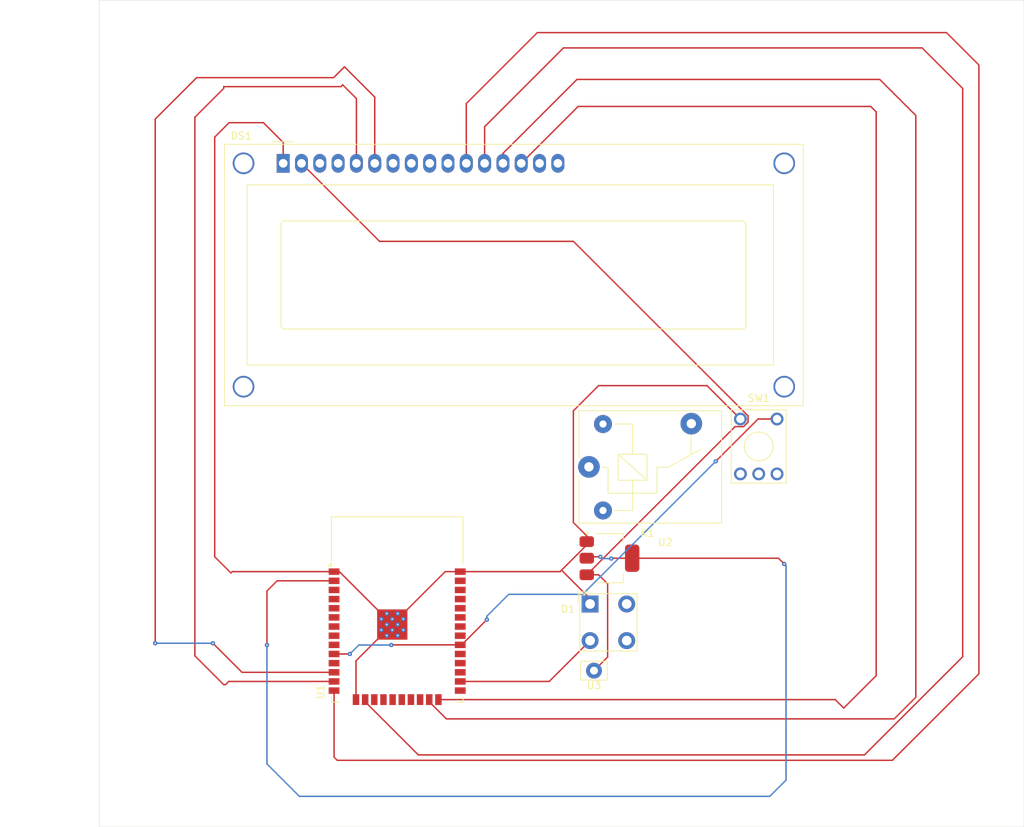
<source format=kicad_pcb>
(kicad_pcb (version 20241229) (generator "pcbnew") (generator_version "9.0")
  (layers (0 "F.Cu" signal) (2 "B.Cu" signal) (13 "F.Paste" user) (15 "B.Paste" user) (5 "F.SilkS" user "F.Silkscreen") (7 "B.SilkS" user "B.Silkscreen") (1 "F.Mask" user) (3 "B.Mask" user) (25 "Edge.Cuts" user))
  (net 0 "")
  (net 1 "GND")
  (net 2 "Net-(D1-A)")
  (net 3 "Net-(DS1-R{slash}W)")
  (net 5 "Net-(DS1-D7)")
  (net 6 "+5V")
  (net 7 "Net-(DS1-D4)")
  (net 8 "Net-(DS1-D5)")
  (net 14 "Net-(DS1-D6)")
  (net 15 "Net-(DS1-E)")
  (net 18 "Net-(U1-IO18)")
  (net 33 "Net-(U1-VDD)")
  (net 37 "Net-(U1-IO26)")
  (footprint "Connector_Pin:Pin_D1.1mm_L10.2mm_W3.5mm_Flat" (layer "F.Cu") (at 142.86 124.055)
    (property "Reference" "U3" (at 0 2.05 0) (layer "F.SilkS"))
    (property "Value" "HC-SR04")
    (fp_line (start -1.85 -1.3) (end -1.85 1.3) (stroke (width 0.12)) (layer "F.SilkS"))
    (fp_line (start -1.85 -1.3) (end 1.85 -1.3) (stroke (width 0.12)) (layer "F.SilkS"))
    (fp_line (start 1.85 -1.3) (end 1.85 1.3) (stroke (width 0.12)) (layer "F.SilkS"))
    (fp_line (start 1.85 1.3) (end -1.85 1.3) (stroke (width 0.12)) (layer "F.SilkS"))
    (pad "1" thru_hole circle (at 0 0) (size 2.2 2.2) (drill 1.1) (layers "*.Cu" "*.Mask") (net 6 "+5V"))
  )
  (footprint "LED_THT:LED_BL-FL7680RGB" (layer "F.Cu") (at 142.32 114.805)
    (property "Reference" "D1" (at -3.07 0.695 0) (layer "F.SilkS"))
    (property "Value" "LED")
    (fp_line (start -1.675 -1.675) (end -0.185 -1.675) (stroke (width 0.12)) (layer "F.SilkS"))
    (fp_line (start -1.675 -0.185) (end -1.675 -1.675) (stroke (width 0.12)) (layer "F.SilkS"))
    (fp_line (start -1.435 -1.435) (end -1.435 6.515) (stroke (width 0.12)) (layer "F.SilkS"))
    (fp_line (start -1.435 6.515) (end 6.515 6.515) (stroke (width 0.12)) (layer "F.SilkS"))
    (fp_line (start 6.515 -1.435) (end -1.435 -1.435) (stroke (width 0.12)) (layer "F.SilkS"))
    (fp_line (start 6.515 6.515) (end 6.515 -1.435) (stroke (width 0.12)) (layer "F.SilkS"))
    (pad "1" thru_hole rect (at 0 0) (size 2.35 2.35) (drill 1.35) (layers "*.Cu" "*.Mask") (net 1 "GND"))
    (pad "2" thru_hole circle (at 0 5.08) (size 2.35 2.35) (drill 1.35) (layers "*.Cu" "*.Mask") (net 2 "Net-(D1-A)"))
    (pad "3" thru_hole circle (at 5.08 5.08) (size 2.35 2.35) (drill 1.35) (layers "*.Cu" "*.Mask"))
    (pad "4" thru_hole circle (at 5.08 0) (size 2.35 2.35) (drill 1.35) (layers "*.Cu" "*.Mask"))
  )
  (footprint "Display:WC1602A" (layer "F.Cu") (at 99.75 53.6425)
    (property "Reference" "DS1" (at -5.82 -3.81 0) (layer "F.SilkS"))
    (property "Value" "WC1602A")
    (fp_line (start -8.14 -2.64) (end -8.14 33.64) (stroke (width 0.12)) (layer "F.SilkS"))
    (fp_line (start -8.14 33.64) (end 72.14 33.64) (stroke (width 0.12)) (layer "F.SilkS"))
    (fp_line (start -8.13 -2.64) (end -7.34 -2.64) (stroke (width 0.12)) (layer "F.SilkS"))
    (fp_line (start -5 3) (end 68 3) (stroke (width 0.12)) (layer "F.SilkS"))
    (fp_line (start -5 28) (end -5 3) (stroke (width 0.12)) (layer "F.SilkS"))
    (fp_line (start -1.5 -3) (end 1.5 -3) (stroke (width 0.12)) (layer "F.SilkS"))
    (fp_line (start -0.29972 22.49932) (end -0.29972 8.5) (stroke (width 0.12)) (layer "F.SilkS"))
    (fp_line (start 0.2 8) (end 63.7 8) (stroke (width 0.12)) (layer "F.SilkS"))
    (fp_line (start 63.70066 23) (end 0.2 23) (stroke (width 0.12)) (layer "F.SilkS"))
    (fp_line (start 64.2 8.5) (end 64.2 22.5) (stroke (width 0.12)) (layer "F.SilkS"))
    (fp_line (start 68 3) (end 68 28) (stroke (width 0.12)) (layer "F.SilkS"))
    (fp_line (start 68 28) (end -5 28) (stroke (width 0.12)) (layer "F.SilkS"))
    (fp_line (start 72.14 -2.64) (end -7.34 -2.64) (stroke (width 0.12)) (layer "F.SilkS"))
    (fp_line (start 72.14 33.64) (end 72.14 -2.64) (stroke (width 0.12)) (layer "F.SilkS"))
    (fp_arc (start -0.29972 8.49884) (mid -0.153162 8.145018) (end 0.20066 7.99846) (stroke (width 0.12)) (layer "F.SilkS"))
    (fp_arc (start 0.20066 22.9997) (mid -0.153162 22.853142) (end -0.29972 22.49932) (stroke (width 0.12)) (layer "F.SilkS"))
    (fp_arc (start 63.7 8) (mid 64.053553 8.146447) (end 64.2 8.5) (stroke (width 0.12)) (layer "F.SilkS"))
    (fp_arc (start 64.20104 22.49932) (mid 64.054482 22.853142) (end 63.70066 22.9997) (stroke (width 0.12)) (layer "F.SilkS"))
    (pad "" thru_hole circle (at -5.4991 0) (size 3 3) (drill 2.5) (layers "*.Cu" "*.Mask"))
    (pad "" thru_hole circle (at -5.4991 31.0007) (size 3 3) (drill 2.5) (layers "*.Cu" "*.Mask"))
    (pad "" thru_hole circle (at 69.49948 31.0007) (size 3 3) (drill 2.5) (layers "*.Cu" "*.Mask"))
    (pad "" thru_hole circle (at 69.5 0) (size 3 3) (drill 2.5) (layers "*.Cu" "*.Mask"))
    (pad "1" thru_hole rect (at 0 0) (size 1.8 2.6) (drill 1.2) (layers "*.Cu" "*.Mask") (net 1 "GND"))
    (pad "2" thru_hole oval (at 2.54 0) (size 1.8 2.6) (drill 1.2) (layers "*.Cu" "*.Mask") (net 6 "+5V"))
    (pad "3" thru_hole oval (at 5.08 0) (size 1.8 2.6) (drill 1.2) (layers "*.Cu" "*.Mask"))
    (pad "4" thru_hole oval (at 7.62 0) (size 1.8 2.6) (drill 1.2) (layers "*.Cu" "*.Mask"))
    (pad "5" thru_hole oval (at 10.16 0) (size 1.8 2.6) (drill 1.2) (layers "*.Cu" "*.Mask") (net 3 "Net-(DS1-R{slash}W)"))
    (pad "6" thru_hole oval (at 12.7 0) (size 1.8 2.6) (drill 1.2) (layers "*.Cu" "*.Mask") (net 15 "Net-(DS1-E)"))
    (pad "7" thru_hole oval (at 15.24 0) (size 1.8 2.6) (drill 1.2) (layers "*.Cu" "*.Mask"))
    (pad "8" thru_hole oval (at 17.78 0) (size 1.8 2.6) (drill 1.2) (layers "*.Cu" "*.Mask"))
    (pad "9" thru_hole oval (at 20.32 0) (size 1.8 2.6) (drill 1.2) (layers "*.Cu" "*.Mask"))
    (pad "10" thru_hole oval (at 22.86 0) (size 1.8 2.6) (drill 1.2) (layers "*.Cu" "*.Mask"))
    (pad "11" thru_hole oval (at 25.4 0) (size 1.8 2.6) (drill 1.2) (layers "*.Cu" "*.Mask") (net 7 "Net-(DS1-D4)"))
    (pad "12" thru_hole oval (at 27.94 0) (size 1.8 2.6) (drill 1.2) (layers "*.Cu" "*.Mask") (net 8 "Net-(DS1-D5)"))
    (pad "13" thru_hole oval (at 30.48 0) (size 1.8 2.6) (drill 1.2) (layers "*.Cu" "*.Mask") (net 14 "Net-(DS1-D6)"))
    (pad "14" thru_hole oval (at 33.02 0) (size 1.8 2.6) (drill 1.2) (layers "*.Cu" "*.Mask") (net 5 "Net-(DS1-D7)"))
    (pad "15" thru_hole oval (at 35.56 0) (size 1.8 2.6) (drill 1.2) (layers "*.Cu" "*.Mask"))
    (pad "16" thru_hole oval (at 38.1 0) (size 1.8 2.6) (drill 1.2) (layers "*.Cu" "*.Mask"))
  )
  (footprint "Package_TO_SOT_SMD:SOT-223-3_TabPin2" (layer "F.Cu") (at 145.01 108.45)
    (property "Reference" "U2" (at 7.74 -2.2 0) (layer "F.SilkS"))
    (property "Value" "AMS1117")
    (fp_line (start -1.85 -3.41) (end 1.91 -3.41) (stroke (width 0.12)) (layer "F.SilkS"))
    (fp_line (start -1.85 3.41) (end 1.91 3.41) (stroke (width 0.12)) (layer "F.SilkS"))
    (fp_line (start 1.91 -3.41) (end 1.91 -2.15) (stroke (width 0.12)) (layer "F.SilkS"))
    (fp_line (start 1.91 3.41) (end 1.91 2.15) (stroke (width 0.12)) (layer "F.SilkS"))
    (fp_poly (pts (xy -3.13 -3.31) (xy -3.37 -3.64) (xy -2.89 -3.64) (xy -3.13 -3.31)) (stroke (width 0.12)) (fill yes) (layer "F.SilkS"))
    (pad "1" smd roundrect (at -3.15 -2.3) (size 2 1.5) (layers "F.Cu" "F.Mask" "F.Paste") (net 1 "GND"))
    (pad "2" smd roundrect (at -3.15 0) (size 2 1.5) (layers "F.Cu" "F.Mask" "F.Paste") (net 33 "Net-(U1-VDD)"))
    (pad "2" smd roundrect (at 3.15 0) (size 2 3.8) (layers "F.Cu" "F.Mask" "F.Paste") (net 33 "Net-(U1-VDD)"))
    (pad "3" smd roundrect (at -3.15 2.3) (size 2 1.5) (layers "F.Cu" "F.Mask" "F.Paste") (net 6 "+5V"))
  )
  (footprint "RF_Module:ESP32-WROOM-32" (layer "F.Cu") (at 115.56 118.565)
    (property "Reference" "U1" (at -10.61 8.43 90) (layer "F.SilkS"))
    (property "Value" "ESP32-WROOM-32")
    (fp_line (start -9.12 -15.86) (end -9.12 -9.7) (stroke (width 0.12)) (layer "F.SilkS"))
    (fp_line (start -9.12 -15.86) (end 9.12 -15.86) (stroke (width 0.12)) (layer "F.SilkS"))
    (fp_line (start -9.12 9.1) (end -9.12 9.88) (stroke (width 0.12)) (layer "F.SilkS"))
    (fp_line (start -9.12 9.88) (end -8.12 9.88) (stroke (width 0.12)) (layer "F.SilkS"))
    (fp_line (start 9.12 -15.86) (end 9.12 -9.445) (stroke (width 0.12)) (layer "F.SilkS"))
    (fp_line (start 9.12 9.1) (end 9.12 9.88) (stroke (width 0.12)) (layer "F.SilkS"))
    (fp_line (start 9.12 9.88) (end 8.12 9.88) (stroke (width 0.12)) (layer "F.SilkS"))
    (fp_poly (pts (xy -9.125 -8.975) (xy -9.625 -8.975) (xy -9.125 -9.475) (xy -9.125 -8.975)) (stroke (width 0.12)) (fill yes) (layer "F.SilkS"))
    (pad "1" smd rect (at -8.75 -8.25) (size 1.5 0.9) (layers "F.Cu" "F.Mask" "F.Paste") (net 1 "GND"))
    (pad "2" smd rect (at -8.75 -6.98) (size 1.5 0.9) (layers "F.Cu" "F.Mask" "F.Paste") (net 33 "Net-(U1-VDD)"))
    (pad "3" smd rect (at -8.75 -5.71) (size 1.5 0.9) (layers "F.Cu" "F.Mask" "F.Paste"))
    (pad "4" smd rect (at -8.75 -4.44) (size 1.5 0.9) (layers "F.Cu" "F.Mask" "F.Paste"))
    (pad "5" smd rect (at -8.75 -3.17) (size 1.5 0.9) (layers "F.Cu" "F.Mask" "F.Paste"))
    (pad "6" smd rect (at -8.75 -1.9) (size 1.5 0.9) (layers "F.Cu" "F.Mask" "F.Paste"))
    (pad "7" smd rect (at -8.75 -0.63) (size 1.5 0.9) (layers "F.Cu" "F.Mask" "F.Paste"))
    (pad "8" smd rect (at -8.75 0.64) (size 1.5 0.9) (layers "F.Cu" "F.Mask" "F.Paste"))
    (pad "9" smd rect (at -8.75 1.91) (size 1.5 0.9) (layers "F.Cu" "F.Mask" "F.Paste"))
    (pad "10" smd rect (at -8.75 3.18) (size 1.5 0.9) (layers "F.Cu" "F.Mask" "F.Paste") (net 18 "Net-(U1-IO18)"))
    (pad "11" smd rect (at -8.75 4.45) (size 1.5 0.9) (layers "F.Cu" "F.Mask" "F.Paste") (net 37 "Net-(U1-IO26)"))
    (pad "12" smd rect (at -8.75 5.72) (size 1.5 0.9) (layers "F.Cu" "F.Mask" "F.Paste") (net 15 "Net-(DS1-E)"))
    (pad "13" smd rect (at -8.75 6.99) (size 1.5 0.9) (layers "F.Cu" "F.Mask" "F.Paste") (net 3 "Net-(DS1-R{slash}W)"))
    (pad "14" smd rect (at -8.75 8.26) (size 1.5 0.9) (layers "F.Cu" "F.Mask" "F.Paste") (net 7 "Net-(DS1-D4)"))
    (pad "15" smd rect (at -5.71 9.51 90) (size 1.5 0.9) (layers "F.Cu" "F.Mask" "F.Paste") (net 1 "GND"))
    (pad "16" smd rect (at -4.44 9.51 90) (size 1.5 0.9) (layers "F.Cu" "F.Mask" "F.Paste") (net 8 "Net-(DS1-D5)"))
    (pad "17" smd rect (at -3.17 9.51 90) (size 1.5 0.9) (layers "F.Cu" "F.Mask" "F.Paste"))
    (pad "18" smd rect (at -1.9 9.51 90) (size 1.5 0.9) (layers "F.Cu" "F.Mask" "F.Paste"))
    (pad "19" smd rect (at -0.63 9.51 90) (size 1.5 0.9) (layers "F.Cu" "F.Mask" "F.Paste"))
    (pad "20" smd rect (at 0.64 9.51 90) (size 1.5 0.9) (layers "F.Cu" "F.Mask" "F.Paste"))
    (pad "21" smd rect (at 1.91 9.51 90) (size 1.5 0.9) (layers "F.Cu" "F.Mask" "F.Paste"))
    (pad "22" smd rect (at 3.18 9.51 90) (size 1.5 0.9) (layers "F.Cu" "F.Mask" "F.Paste"))
    (pad "23" smd rect (at 4.45 9.51 90) (size 1.5 0.9) (layers "F.Cu" "F.Mask" "F.Paste") (net 14 "Net-(DS1-D6)"))
    (pad "24" smd rect (at 5.72 9.51 90) (size 1.5 0.9) (layers "F.Cu" "F.Mask" "F.Paste") (net 5 "Net-(DS1-D7)"))
    (pad "25" smd rect (at 8.75 8.26) (size 1.5 0.9) (layers "F.Cu" "F.Mask" "F.Paste"))
    (pad "26" smd rect (at 8.75 6.99) (size 1.5 0.9) (layers "F.Cu" "F.Mask" "F.Paste") (net 2 "Net-(D1-A)"))
    (pad "27" smd rect (at 8.75 5.72) (size 1.5 0.9) (layers "F.Cu" "F.Mask" "F.Paste"))
    (pad "28" smd rect (at 8.75 4.45) (size 1.5 0.9) (layers "F.Cu" "F.Mask" "F.Paste"))
    (pad "29" smd rect (at 8.75 3.18) (size 1.5 0.9) (layers "F.Cu" "F.Mask" "F.Paste"))
    (pad "30" smd rect (at 8.75 1.91) (size 1.5 0.9) (layers "F.Cu" "F.Mask" "F.Paste") (net 18 "Net-(U1-IO18)"))
    (pad "31" smd rect (at 8.75 0.64) (size 1.5 0.9) (layers "F.Cu" "F.Mask" "F.Paste"))
    (pad "32" smd rect (at 8.75 -0.63) (size 1.5 0.9) (layers "F.Cu" "F.Mask" "F.Paste"))
    (pad "33" smd rect (at 8.75 -1.9) (size 1.5 0.9) (layers "F.Cu" "F.Mask" "F.Paste"))
    (pad "34" smd rect (at 8.75 -3.17) (size 1.5 0.9) (layers "F.Cu" "F.Mask" "F.Paste"))
    (pad "35" smd rect (at 8.75 -4.44) (size 1.5 0.9) (layers "F.Cu" "F.Mask" "F.Paste"))
    (pad "36" smd rect (at 8.75 -5.71) (size 1.5 0.9) (layers "F.Cu" "F.Mask" "F.Paste"))
    (pad "37" smd rect (at 8.75 -6.98) (size 1.5 0.9) (layers "F.Cu" "F.Mask" "F.Paste"))
    (pad "38" smd rect (at 8.75 -8.25) (size 1.5 0.9) (layers "F.Cu" "F.Mask" "F.Paste") (net 1 "GND"))
    (pad "39" smd rect (at -2.205 -2.435) (size 1.05 1.05) (layers "F.Cu" "F.Paste") (net 1 "GND"))
    (pad "39" thru_hole circle (at -2.205 -1.6725) (size 0.6 0.6) (drill 0.2) (property pad_prop_heatsink) (layers "*.Cu" "F.Mask") (net 1 "GND"))
    (pad "39" smd rect (at -2.205 -0.91) (size 1.05 1.05) (layers "F.Cu" "F.Paste") (net 1 "GND"))
    (pad "39" thru_hole circle (at -2.205 -0.1475) (size 0.6 0.6) (drill 0.2) (property pad_prop_heatsink) (layers "*.Cu" "F.Mask") (net 1 "GND"))
    (pad "39" smd rect (at -2.205 0.615) (size 1.05 1.05) (layers "F.Cu" "F.Paste") (net 1 "GND"))
    (pad "39" thru_hole circle (at -1.4425 -2.435) (size 0.6 0.6) (drill 0.2) (property pad_prop_heatsink) (layers "*.Cu" "F.Mask") (net 1 "GND"))
    (pad "39" thru_hole circle (at -1.4425 -0.91) (size 0.6 0.6) (drill 0.2) (property pad_prop_heatsink) (layers "*.Cu" "F.Mask") (net 1 "GND"))
    (pad "39" thru_hole circle (at -1.4425 0.615) (size 0.6 0.6) (drill 0.2) (property pad_prop_heatsink) (layers "*.Cu" "F.Mask") (net 1 "GND"))
    (pad "39" smd rect (at -0.68 -2.435) (size 1.05 1.05) (layers "F.Cu" "F.Paste") (net 1 "GND"))
    (pad "39" thru_hole circle (at -0.68 -1.6725) (size 0.6 0.6) (drill 0.2) (property pad_prop_heatsink) (layers "*.Cu" "F.Mask") (net 1 "GND"))
    (pad "39" smd rect (at -0.68 -0.91) (size 1.05 1.05) (layers "F.Cu" "F.Paste") (net 1 "GND"))
    (pad "39" smd rect (at -0.68 -0.91) (size 4.2 4.2) (property pad_prop_heatsink) (layers "F.Cu" "F.Mask") (net 1 "GND"))
    (pad "39" thru_hole circle (at -0.68 -0.1475) (size 0.6 0.6) (drill 0.2) (property pad_prop_heatsink) (layers "*.Cu" "F.Mask") (net 1 "GND"))
    (pad "39" smd rect (at -0.68 0.615) (size 1.05 1.05) (layers "F.Cu" "F.Paste") (net 1 "GND"))
    (pad "39" thru_hole circle (at 0.0825 -2.435) (size 0.6 0.6) (drill 0.2) (property pad_prop_heatsink) (layers "*.Cu" "F.Mask") (net 1 "GND"))
    (pad "39" thru_hole circle (at 0.0825 -0.91) (size 0.6 0.6) (drill 0.2) (property pad_prop_heatsink) (layers "*.Cu" "F.Mask") (net 1 "GND"))
    (pad "39" thru_hole circle (at 0.0825 0.615) (size 0.6 0.6) (drill 0.2) (property pad_prop_heatsink) (layers "*.Cu" "F.Mask") (net 1 "GND"))
    (pad "39" smd rect (at 0.845 -2.435) (size 1.05 1.05) (layers "F.Cu" "F.Paste") (net 1 "GND"))
    (pad "39" thru_hole circle (at 0.845 -1.6725) (size 0.6 0.6) (drill 0.2) (property pad_prop_heatsink) (layers "*.Cu" "F.Mask") (net 1 "GND"))
    (pad "39" smd rect (at 0.845 -0.91) (size 1.05 1.05) (layers "F.Cu" "F.Paste") (net 1 "GND"))
    (pad "39" thru_hole circle (at 0.845 -0.1475) (size 0.6 0.6) (drill 0.2) (property pad_prop_heatsink) (layers "*.Cu" "F.Mask") (net 1 "GND"))
    (pad "39" smd rect (at 0.845 0.615) (size 1.05 1.05) (layers "F.Cu" "F.Paste") (net 1 "GND"))
  )
  (footprint "Button_Switch_THT:KSA_Tactile_SPST" (layer "F.Cu") (at 163.17 89.13)
    (property "Reference" "SW1" (at 2.54 -2.88 0) (layer "F.SilkS"))
    (property "Value" "SW_Push")
    (fp_line (start -1.27 -1.27) (end -1.27 8.89) (stroke (width 0.12)) (layer "F.SilkS"))
    (fp_line (start -1.27 -1.27) (end 6.35 -1.27) (stroke (width 0.12)) (layer "F.SilkS"))
    (fp_line (start -1.27 8.89) (end 6.35 8.89) (stroke (width 0.12)) (layer "F.SilkS"))
    (fp_line (start 6.35 8.89) (end 6.35 -1.27) (stroke (width 0.12)) (layer "F.SilkS"))
    (fp_circle (center 2.54 3.81) (end 0.54 3.81) (stroke (width 0.12)) (fill no) (layer "F.SilkS"))
    (pad "1" thru_hole circle (at 0 0) (size 1.778 1.778) (drill 1.143) (layers "*.Cu" "*.Mask") (net 1 "GND"))
    (pad "2" thru_hole circle (at 5.08 0) (size 1.778 1.778) (drill 1.143) (layers "*.Cu" "*.Mask") (net 18 "Net-(U1-IO18)"))
    (pad "3" thru_hole circle (at 5.08 7.62) (size 1.778 1.778) (drill 1.143) (layers "*.Cu" "*.Mask"))
    (pad "4" thru_hole circle (at 2.54 7.62) (size 1.778 1.778) (drill 1.143) (layers "*.Cu" "*.Mask"))
    (pad "5" thru_hole circle (at 0 7.62) (size 1.778 1.778) (drill 1.143) (layers "*.Cu" "*.Mask"))
  )
  (footprint "Relay_THT:Relay_SPST_SANYOU_SRD_Series_Form_B" (layer "F.Cu") (at 142.16 95.775)
    (property "Reference" "K1" (at 8.1 9.2 0) (layer "F.SilkS"))
    (property "Value" "SRD-05VDC-SL-C")
    (fp_line (start -1.4 -7.8) (end -1.4 -1.2) (stroke (width 0.12)) (layer "F.SilkS"))
    (fp_line (start -1.4 -7.8) (end 18.4 -7.8) (stroke (width 0.12)) (layer "F.SilkS"))
    (fp_line (start -1.4 1.2) (end -1.4 7.8) (stroke (width 0.12)) (layer "F.SilkS"))
    (fp_line (start 2.65 0.05) (end 1.85 0.05) (stroke (width 0.12)) (layer "F.SilkS"))
    (fp_line (start 2.65 0.05) (end 2.65 3.65) (stroke (width 0.12)) (layer "F.SilkS"))
    (fp_line (start 3.55 6.05) (end 6.05 6.05) (stroke (width 0.12)) (layer "F.SilkS"))
    (fp_line (start 4.05 -1.75) (end 8.05 -1.75) (stroke (width 0.12)) (layer "F.SilkS"))
    (fp_line (start 4.05 1.85) (end 4.05 -1.75) (stroke (width 0.12)) (layer "F.SilkS"))
    (fp_line (start 6.05 -5.95) (end 3.55 -5.95) (stroke (width 0.12)) (layer "F.SilkS"))
    (fp_line (start 6.05 -5.95) (end 6.05 -1.75) (stroke (width 0.12)) (layer "F.SilkS"))
    (fp_line (start 6.05 1.85) (end 6.05 6.05) (stroke (width 0.12)) (layer "F.SilkS"))
    (fp_line (start 8.05 -1.75) (end 8.05 1.85) (stroke (width 0.12)) (layer "F.SilkS"))
    (fp_line (start 8.05 1.85) (end 4.05 -1.75) (stroke (width 0.12)) (layer "F.SilkS"))
    (fp_line (start 8.05 1.85) (end 4.05 1.85) (stroke (width 0.12)) (layer "F.SilkS"))
    (fp_line (start 9.45 0.05) (end 9.45 3.65) (stroke (width 0.12)) (layer "F.SilkS"))
    (fp_line (start 9.45 0.05) (end 10.95 0.05) (stroke (width 0.12)) (layer "F.SilkS"))
    (fp_line (start 9.45 3.65) (end 2.65 3.65) (stroke (width 0.12)) (layer "F.SilkS"))
    (fp_line (start 10.95 0.05) (end 15.55 -2.45) (stroke (width 0.12)) (layer "F.SilkS"))
    (fp_line (start 14.15 -4.2) (end 14.15 -1.7) (stroke (width 0.12)) (layer "F.SilkS"))
    (fp_line (start 18.4 -7.8) (end 18.4 7.8) (stroke (width 0.12)) (layer "F.SilkS"))
    (fp_line (start 18.4 7.8) (end -1.4 7.8) (stroke (width 0.12)) (layer "F.SilkS"))
    (pad "1" thru_hole circle (at 0 0 90) (size 3 3) (drill 1.3) (layers "*.Cu" "*.Mask"))
    (pad "2" thru_hole circle (at 1.95 6.05 90) (size 2.5 2.5) (drill 1) (layers "*.Cu" "*.Mask"))
    (pad "4" thru_hole circle (at 14.2 -6 90) (size 3 3) (drill 1.3) (layers "*.Cu" "*.Mask"))
    (pad "5" thru_hole circle (at 1.95 -5.95 90) (size 2.5 2.5) (drill 1) (layers "*.Cu" "*.Mask"))
  )
  (gr_rect (start 74.25 31) (end 202.5 145.75) (stroke (width 0.05)) (fill no) (layer "Edge.Cuts"))
  (segment (start 90.25 50) (end 90.25 108.25) (width 0.2) (layer "F.Cu") (net 1))
  (segment (start 109.85 122.685) (end 109.85 128.075) (width 0.2) (layer "F.Cu") (net 1))
  (segment (start 107.54 110.315) (end 113.355 116.13) (width 0.2) (layer "F.Cu") (net 1))
  (segment (start 116.405 116.13) (end 122.22 110.315) (width 0.2) (layer "F.Cu") (net 1))
  (segment (start 142.32 114.805) (end 142.32 114.07) (width 0.2) (layer "F.Cu") (net 1))
  (segment (start 138.152836 110.315) (end 138.358918 110.108918) (width 0.2) (layer "F.Cu") (net 1))
  (segment (start 142.32 114.07) (end 138.358918 110.108918) (width 0.2) (layer "F.Cu") (net 1))
  (segment (start 158.54 84.5) (end 143.5 84.5) (width 0.2) (layer "F.Cu") (net 1))
  (segment (start 143.5 84.5) (end 140 88) (width 0.2) (layer "F.Cu") (net 1))
  (segment (start 99.75 50.75) (end 97 48) (width 0.2) (layer "F.Cu") (net 1))
  (segment (start 97 48) (end 92.25 48) (width 0.2) (layer "F.Cu") (net 1))
  (segment (start 122.22 110.315) (end 124.31 110.315) (width 0.2) (layer "F.Cu") (net 1))
  (segment (start 163.17 89.13) (end 158.54 84.5) (width 0.2) (layer "F.Cu") (net 1))
  (segment (start 113.355 119.18) (end 109.85 122.685) (width 0.2) (layer "F.Cu") (net 1))
  (segment (start 92.25 48) (end 90.25 50) (width 0.2) (layer "F.Cu") (net 1))
  (segment (start 140 103.5) (end 141.86 105.36) (width 0.2) (layer "F.Cu") (net 1))
  (segment (start 141.86 105.36) (end 141.86 106.15) (width 0.2) (layer "F.Cu") (net 1))
  (segment (start 92.5 110.5) (end 92.685 110.315) (width 0.2) (layer "F.Cu") (net 1))
  (segment (start 92.685 110.315) (end 106.81 110.315) (width 0.2) (layer "F.Cu") (net 1))
  (segment (start 99.75 53.6425) (end 99.75 50.75) (width 0.2) (layer "F.Cu") (net 1))
  (segment (start 106.81 110.315) (end 107.54 110.315) (width 0.2) (layer "F.Cu") (net 1))
  (segment (start 140 88) (end 140 103.5) (width 0.2) (layer "F.Cu") (net 1))
  (segment (start 138.358918 110.108918) (end 141.86 106.607836) (width 0.2) (layer "F.Cu") (net 1))
  (segment (start 141.86 106.607836) (end 141.86 106.15) (width 0.2) (layer "F.Cu") (net 1))
  (segment (start 124.31 110.315) (end 138.152836 110.315) (width 0.2) (layer "F.Cu") (net 1))
  (segment (start 90.25 108.25) (end 92.5 110.5) (width 0.2) (layer "F.Cu") (net 1))
  (segment (start 124.31 125.555) (end 136.65 125.555) (width 0.2) (layer "F.Cu") (net 2))
  (segment (start 136.65 125.555) (end 142.32 119.885) (width 0.2) (layer "F.Cu") (net 2))
  (segment (start 108 42.75) (end 107.75 43) (width 0.2) (layer "F.Cu") (net 3))
  (segment (start 91.75 126) (end 92.195 125.555) (width 0.2) (layer "F.Cu") (net 3))
  (segment (start 91.5 43) (end 91.5 43.25) (width 0.2) (layer "F.Cu") (net 3))
  (segment (start 87.5 47.25) (end 87.5 122) (width 0.2) (layer "F.Cu") (net 3))
  (segment (start 92.195 125.555) (end 106.81 125.555) (width 0.2) (layer "F.Cu") (net 3))
  (segment (start 109.91 53.6425) (end 109.91 44.66) (width 0.2) (layer "F.Cu") (net 3))
  (segment (start 91.5 43.25) (end 87.5 47.25) (width 0.2) (layer "F.Cu") (net 3))
  (segment (start 109.91 44.66) (end 108 42.75) (width 0.2) (layer "F.Cu") (net 3))
  (segment (start 91.5 126) (end 91.75 126) (width 0.2) (layer "F.Cu") (net 3))
  (segment (start 87.5 122) (end 91.5 126) (width 0.2) (layer "F.Cu") (net 3))
  (segment (start 107.75 43) (end 91.5 43) (width 0.2) (layer "F.Cu") (net 3))
  (segment (start 176.325 128.075) (end 121.28 128.075) (width 0.2) (layer "F.Cu") (net 5))
  (segment (start 140.6625 45.75) (end 181.25 45.75) (width 0.2) (layer "F.Cu") (net 5))
  (segment (start 182 124.75) (end 177.5 129.25) (width 0.2) (layer "F.Cu") (net 5))
  (segment (start 177.5 129.25) (end 176.325 128.075) (width 0.2) (layer "F.Cu") (net 5))
  (segment (start 181.25 45.75) (end 182 46.5) (width 0.2) (layer "F.Cu") (net 5))
  (segment (start 182 46.5) (end 182 124.75) (width 0.2) (layer "F.Cu") (net 5))
  (segment (start 132.77 53.6425) (end 140.6625 45.75) (width 0.2) (layer "F.Cu") (net 5))
  (segment (start 144.75 112) (end 143.5 110.75) (width 0.2) (layer "F.Cu") (net 6))
  (segment (start 164.2285 88.691554) (end 164.2285 89.568446) (width 0.2) (layer "F.Cu") (net 6))
  (segment (start 144.75 112) (end 144.75 122.165) (width 0.2) (layer "F.Cu") (net 6))
  (segment (start 162.4215 90.1885) (end 141.86 110.75) (width 0.2) (layer "F.Cu") (net 6))
  (segment (start 113.121 64.4735) (end 140.010446 64.4735) (width 0.2) (layer "F.Cu") (net 6))
  (segment (start 144.75 122.165) (end 142.86 124.055) (width 0.2) (layer "F.Cu") (net 6))
  (segment (start 102.29 53.6425) (end 113.121 64.4735) (width 0.2) (layer "F.Cu") (net 6))
  (segment (start 140.010446 64.4735) (end 164.2285 88.691554) (width 0.2) (layer "F.Cu") (net 6))
  (segment (start 163.608446 90.1885) (end 162.4215 90.1885) (width 0.2) (layer "F.Cu") (net 6))
  (segment (start 143.5 110.75) (end 141.86 110.75) (width 0.2) (layer "F.Cu") (net 6))
  (segment (start 164.2285 89.568446) (end 163.608446 90.1885) (width 0.2) (layer "F.Cu") (net 6))
  (segment (start 191.75 35.5) (end 135 35.5) (width 0.2) (layer "F.Cu") (net 7))
  (segment (start 184.25 136.5) (end 196.25 124.5) (width 0.2) (layer "F.Cu") (net 7))
  (segment (start 107.25 136.5) (end 184.25 136.5) (width 0.2) (layer "F.Cu") (net 7))
  (segment (start 106.81 136.06) (end 107.25 136.5) (width 0.2) (layer "F.Cu") (net 7))
  (segment (start 135 35.5) (end 125.15 45.35) (width 0.2) (layer "F.Cu") (net 7))
  (segment (start 106.81 126.825) (end 106.81 136.06) (width 0.2) (layer "F.Cu") (net 7))
  (segment (start 125.15 45.35) (end 125.15 53.6425) (width 0.2) (layer "F.Cu") (net 7))
  (segment (start 196.25 124.5) (end 196.25 40) (width 0.2) (layer "F.Cu") (net 7))
  (segment (start 196.25 40) (end 191.75 35.5) (width 0.2) (layer "F.Cu") (net 7))
  (segment (start 127.69 53.6425) (end 127.69 48.56) (width 0.2) (layer "F.Cu") (net 8))
  (segment (start 194 122.131131) (end 180.381131 135.75) (width 0.2) (layer "F.Cu") (net 8))
  (segment (start 188.375 37.625) (end 194 43.25) (width 0.2) (layer "F.Cu") (net 8))
  (segment (start 127.69 48.56) (end 138.625 37.625) (width 0.2) (layer "F.Cu") (net 8))
  (segment (start 138.625 37.625) (end 188.375 37.625) (width 0.2) (layer "F.Cu") (net 8))
  (segment (start 180.381131 135.75) (end 118.495 135.75) (width 0.2) (layer "F.Cu") (net 8))
  (segment (start 111.12 128.375) (end 111.12 128.075) (width 0.2) (layer "F.Cu") (net 8))
  (segment (start 118.495 135.75) (end 111.12 128.375) (width 0.2) (layer "F.Cu") (net 8))
  (segment (start 194 43.25) (end 194 122.131131) (width 0.2) (layer "F.Cu") (net 8))
  (segment (start 122.385 130.75) (end 184.5 130.75) (width 0.2) (layer "F.Cu") (net 14))
  (segment (start 140.5 42) (end 130.23 52.27) (width 0.2) (layer "F.Cu") (net 14))
  (segment (start 120.01 128.075) (end 120.01 128.375) (width 0.2) (layer "F.Cu") (net 14))
  (segment (start 187.5 47) (end 182.5 42) (width 0.2) (layer "F.Cu") (net 14))
  (segment (start 187.5 127.75) (end 187.5 47) (width 0.2) (layer "F.Cu") (net 14))
  (segment (start 184.5 130.75) (end 187.5 127.75) (width 0.2) (layer "F.Cu") (net 14))
  (segment (start 130.23 52.27) (end 130.23 53.6425) (width 0.2) (layer "F.Cu") (net 14))
  (segment (start 182.5 42) (end 140.5 42) (width 0.2) (layer "F.Cu") (net 14))
  (segment (start 120.01 128.375) (end 122.385 130.75) (width 0.2) (layer "F.Cu") (net 14))
  (segment (start 94.035 124.285) (end 106.81 124.285) (width 0.2) (layer "F.Cu") (net 15))
  (segment (start 90 120.25) (end 94.035 124.285) (width 0.2) (layer "F.Cu") (net 15))
  (segment (start 112.45 53.6425) (end 112.45 44.45) (width 0.2) (layer "F.Cu") (net 15))
  (segment (start 108.25 40.25) (end 106.75 41.75) (width 0.2) (layer "F.Cu") (net 15))
  (segment (start 106.75 41.75) (end 87.75 41.75) (width 0.2) (layer "F.Cu") (net 15))
  (segment (start 87.75 41.75) (end 82 47.5) (width 0.2) (layer "F.Cu") (net 15))
  (segment (start 112.45 44.45) (end 108.25 40.25) (width 0.2) (layer "F.Cu") (net 15))
  (segment (start 82 47.5) (end 82 120.25) (width 0.2) (layer "F.Cu") (net 15))
  (via (at 82 120.25) (size 0.6) (drill 0.2) (layers "F.Cu" "B.Cu") (net 15))
  (via (at 90 120.25) (size 0.6) (drill 0.2) (layers "F.Cu" "B.Cu") (net 15))
  (segment (start 82 120.25) (end 90 120.25) (width 0.2) (layer "B.Cu") (net 15))
  (segment (start 159.75 95) (end 165.62 89.13) (width 0.2) (layer "F.Cu") (net 18))
  (segment (start 106.81 121.745) (end 108.995 121.745) (width 0.2) (layer "F.Cu") (net 18))
  (segment (start 106.81 121.745) (end 107.11 121.745) (width 0.2) (layer "F.Cu") (net 18))
  (segment (start 114.775 120.475) (end 124.31 120.475) (width 0.2) (layer "F.Cu") (net 18))
  (segment (start 114.75 120.5) (end 114.775 120.475) (width 0.2) (layer "F.Cu") (net 18))
  (segment (start 165.62 89.13) (end 168.25 89.13) (width 0.2) (layer "F.Cu") (net 18))
  (segment (start 124.31 120.475) (end 124.504484 120.475) (width 0.2) (layer "F.Cu") (net 18))
  (segment (start 124.504484 120.475) (end 128 116.979484) (width 0.2) (layer "F.Cu") (net 18))
  (via (at 108.995 121.745) (size 0.6) (drill 0.2) (layers "F.Cu" "B.Cu") (net 18))
  (via (at 114.75 120.5) (size 0.6) (drill 0.2) (layers "F.Cu" "B.Cu") (net 18))
  (via (at 128 116.979484) (size 0.6) (drill 0.2) (layers "F.Cu" "B.Cu") (net 18))
  (via (at 159.75 95) (size 0.6) (drill 0.2) (layers "F.Cu" "B.Cu") (net 18))
  (segment (start 110.24 120.5) (end 113 120.5) (width 0.2) (layer "B.Cu") (net 18))
  (segment (start 131.0395 113.4605) (end 141.2895 113.4605) (width 0.2) (layer "B.Cu") (net 18))
  (segment (start 141.2895 113.4605) (end 159.75 95) (width 0.2) (layer "B.Cu") (net 18))
  (segment (start 128 116.979484) (end 128 116.5) (width 0.2) (layer "B.Cu") (net 18))
  (segment (start 108.995 121.745) (end 110.24 120.5) (width 0.2) (layer "B.Cu") (net 18))
  (segment (start 113 120.5) (end 114.75 120.5) (width 0.2) (layer "B.Cu") (net 18))
  (segment (start 128 116.5) (end 131.0395 113.4605) (width 0.2) (layer "B.Cu") (net 18))
  (segment (start 168.45 108.45) (end 148.16 108.45) (width 0.2) (layer "F.Cu") (net 33))
  (segment (start 106.81 111.585) (end 98.915 111.585) (width 0.2) (layer "F.Cu") (net 33))
  (segment (start 97.5 113) (end 97.5 120.5) (width 0.2) (layer "F.Cu") (net 33))
  (segment (start 169.25 109.25) (end 168.45 108.45) (width 0.2) (layer "F.Cu") (net 33))
  (segment (start 145.3 108.45) (end 145.25 108.5) (width 0.2) (layer "F.Cu") (net 33))
  (segment (start 98.915 111.585) (end 98.5 112) (width 0.2) (layer "F.Cu") (net 33))
  (segment (start 98.5 112) (end 97.5 113) (width 0.2) (layer "F.Cu") (net 33))
  (segment (start 142.06 108.25) (end 141.86 108.45) (width 0.2) (layer "F.Cu") (net 33))
  (segment (start 106.81 111.585) (end 107.11 111.585) (width 0.2) (layer "F.Cu") (net 33))
  (segment (start 147.744 108.866) (end 148.16 108.45) (width 0.2) (layer "F.Cu") (net 33))
  (segment (start 148.16 108.45) (end 145.3 108.45) (width 0.2) (layer "F.Cu") (net 33))
  (segment (start 143.75 108.25) (end 142.06 108.25) (width 0.2) (layer "F.Cu") (net 33))
  (via (at 143.75 108.25) (size 0.6) (drill 0.2) (layers "F.Cu" "B.Cu") (net 33))
  (via (at 169.25 109.25) (size 0.6) (drill 0.2) (layers "F.Cu" "B.Cu") (net 33))
  (via (at 97.5 120.5) (size 0.6) (drill 0.2) (layers "F.Cu" "B.Cu") (net 33))
  (via (at 145.25 108.5) (size 0.6) (drill 0.2) (layers "F.Cu" "B.Cu") (net 33))
  (segment (start 97.5 137) (end 102 141.5) (width 0.2) (layer "B.Cu") (net 33))
  (segment (start 167.25 141.5) (end 169.5 139.25) (width 0.2) (layer "B.Cu") (net 33))
  (segment (start 145.25 108.5) (end 144 108.5) (width 0.2) (layer "B.Cu") (net 33))
  (segment (start 102 141.5) (end 167.25 141.5) (width 0.2) (layer "B.Cu") (net 33))
  (segment (start 169.5 139.25) (end 169.5 109.5) (width 0.2) (layer "B.Cu") (net 33))
  (segment (start 169.5 109.5) (end 169.25 109.25) (width 0.2) (layer "B.Cu") (net 33))
  (segment (start 144 108.5) (end 143.75 108.25) (width 0.2) (layer "B.Cu") (net 33))
  (segment (start 97.5 120.5) (end 97.5 137) (width 0.2) (layer "B.Cu") (net 33))
)
</source>
